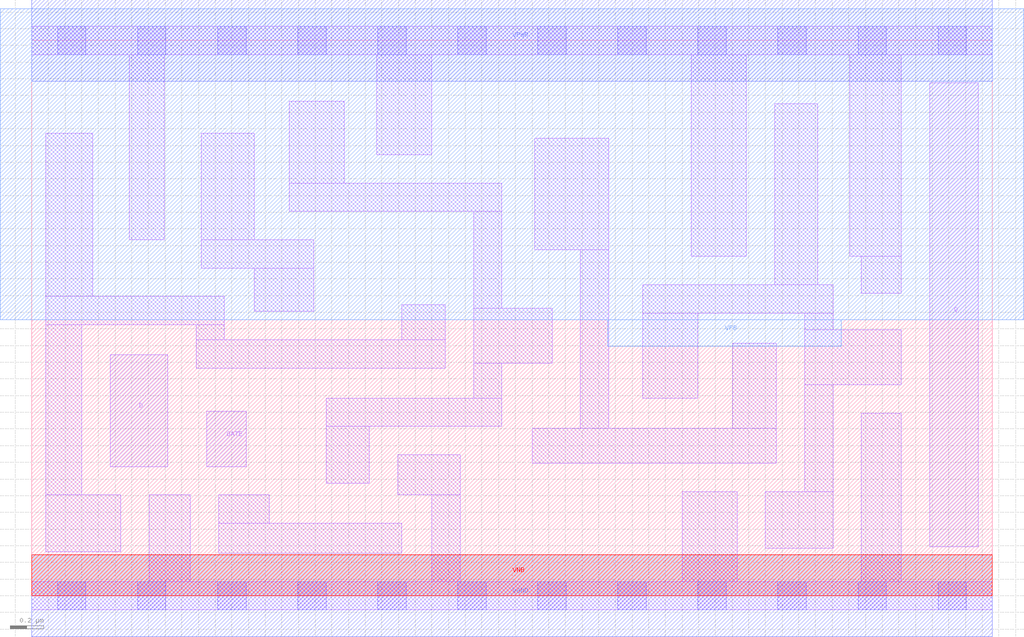
<source format=lef>
# Copyright 2020 The SkyWater PDK Authors
#
# Licensed under the Apache License, Version 2.0 (the "License");
# you may not use this file except in compliance with the License.
# You may obtain a copy of the License at
#
#     https://www.apache.org/licenses/LICENSE-2.0
#
# Unless required by applicable law or agreed to in writing, software
# distributed under the License is distributed on an "AS IS" BASIS,
# WITHOUT WARRANTIES OR CONDITIONS OF ANY KIND, either express or implied.
# See the License for the specific language governing permissions and
# limitations under the License.
#
# SPDX-License-Identifier: Apache-2.0

VERSION 5.7 ;
  NOWIREEXTENSIONATPIN ON ;
  DIVIDERCHAR "/" ;
  BUSBITCHARS "[]" ;
MACRO sky130_fd_sc_lp__dlxtp_1
  CLASS CORE ;
  FOREIGN sky130_fd_sc_lp__dlxtp_1 ;
  ORIGIN  0.000000  0.000000 ;
  SIZE  5.760000 BY  3.330000 ;
  SYMMETRY X Y R90 ;
  SITE unit ;
  PIN D
    ANTENNAGATEAREA  0.159000 ;
    DIRECTION INPUT ;
    USE SIGNAL ;
    PORT
      LAYER li1 ;
        RECT 0.470000 0.775000 0.815000 1.445000 ;
    END
  END D
  PIN Q
    ANTENNADIFFAREA  0.556500 ;
    DIRECTION OUTPUT ;
    USE SIGNAL ;
    PORT
      LAYER li1 ;
        RECT 5.385000 0.295000 5.675000 3.075000 ;
    END
  END Q
  PIN GATE
    ANTENNAGATEAREA  0.159000 ;
    DIRECTION INPUT ;
    USE CLOCK ;
    PORT
      LAYER li1 ;
        RECT 1.050000 0.775000 1.285000 1.105000 ;
    END
  END GATE
  PIN VGND
    DIRECTION INOUT ;
    USE GROUND ;
    PORT
      LAYER met1 ;
        RECT 0.000000 -0.245000 5.760000 0.245000 ;
    END
  END VGND
  PIN VNB
    DIRECTION INOUT ;
    USE GROUND ;
    PORT
      LAYER pwell ;
        RECT 0.000000 0.000000 5.760000 0.245000 ;
    END
  END VNB
  PIN VPB
    DIRECTION INOUT ;
    USE POWER ;
    PORT
      LAYER nwell ;
        RECT -0.190000 1.655000 5.950000 3.520000 ;
        RECT  3.455000 1.495000 4.855000 1.655000 ;
    END
  END VPB
  PIN VPWR
    DIRECTION INOUT ;
    USE POWER ;
    PORT
      LAYER met1 ;
        RECT 0.000000 3.085000 5.760000 3.575000 ;
    END
  END VPWR
  OBS
    LAYER li1 ;
      RECT 0.000000 -0.085000 5.760000 0.085000 ;
      RECT 0.000000  3.245000 5.760000 3.415000 ;
      RECT 0.085000  0.265000 0.535000 0.605000 ;
      RECT 0.085000  0.605000 0.300000 1.625000 ;
      RECT 0.085000  1.625000 1.155000 1.795000 ;
      RECT 0.085000  1.795000 0.365000 2.775000 ;
      RECT 0.585000  2.135000 0.795000 3.245000 ;
      RECT 0.705000  0.085000 0.950000 0.605000 ;
      RECT 0.985000  1.365000 2.480000 1.535000 ;
      RECT 0.985000  1.535000 1.155000 1.625000 ;
      RECT 1.015000  1.965000 1.690000 2.135000 ;
      RECT 1.015000  2.135000 1.335000 2.775000 ;
      RECT 1.120000  0.255000 2.220000 0.435000 ;
      RECT 1.120000  0.435000 1.425000 0.605000 ;
      RECT 1.335000  1.705000 1.690000 1.965000 ;
      RECT 1.545000  2.305000 2.820000 2.475000 ;
      RECT 1.545000  2.475000 1.875000 2.965000 ;
      RECT 1.765000  0.675000 2.025000 1.015000 ;
      RECT 1.765000  1.015000 2.820000 1.185000 ;
      RECT 2.070000  2.645000 2.400000 3.245000 ;
      RECT 2.195000  0.605000 2.570000 0.845000 ;
      RECT 2.220000  1.535000 2.480000 1.745000 ;
      RECT 2.400000  0.085000 2.570000 0.605000 ;
      RECT 2.650000  1.185000 2.820000 1.395000 ;
      RECT 2.650000  1.395000 3.120000 1.725000 ;
      RECT 2.650000  1.725000 2.820000 2.305000 ;
      RECT 3.000000  0.795000 4.465000 1.005000 ;
      RECT 3.015000  2.075000 3.460000 2.745000 ;
      RECT 3.290000  1.005000 3.460000 2.075000 ;
      RECT 3.665000  1.185000 3.995000 1.695000 ;
      RECT 3.665000  1.695000 4.805000 1.865000 ;
      RECT 3.900000  0.085000 4.230000 0.625000 ;
      RECT 3.955000  2.035000 4.285000 3.245000 ;
      RECT 4.205000  1.005000 4.465000 1.515000 ;
      RECT 4.400000  0.285000 4.805000 0.625000 ;
      RECT 4.455000  1.865000 4.715000 2.950000 ;
      RECT 4.635000  0.625000 4.805000 1.265000 ;
      RECT 4.635000  1.265000 5.215000 1.595000 ;
      RECT 4.635000  1.595000 4.805000 1.695000 ;
      RECT 4.905000  2.035000 5.215000 3.245000 ;
      RECT 4.975000  0.085000 5.215000 1.095000 ;
      RECT 4.975000  1.815000 5.215000 2.035000 ;
    LAYER mcon ;
      RECT 0.155000 -0.085000 0.325000 0.085000 ;
      RECT 0.155000  3.245000 0.325000 3.415000 ;
      RECT 0.635000 -0.085000 0.805000 0.085000 ;
      RECT 0.635000  3.245000 0.805000 3.415000 ;
      RECT 1.115000 -0.085000 1.285000 0.085000 ;
      RECT 1.115000  3.245000 1.285000 3.415000 ;
      RECT 1.595000 -0.085000 1.765000 0.085000 ;
      RECT 1.595000  3.245000 1.765000 3.415000 ;
      RECT 2.075000 -0.085000 2.245000 0.085000 ;
      RECT 2.075000  3.245000 2.245000 3.415000 ;
      RECT 2.555000 -0.085000 2.725000 0.085000 ;
      RECT 2.555000  3.245000 2.725000 3.415000 ;
      RECT 3.035000 -0.085000 3.205000 0.085000 ;
      RECT 3.035000  3.245000 3.205000 3.415000 ;
      RECT 3.515000 -0.085000 3.685000 0.085000 ;
      RECT 3.515000  3.245000 3.685000 3.415000 ;
      RECT 3.995000 -0.085000 4.165000 0.085000 ;
      RECT 3.995000  3.245000 4.165000 3.415000 ;
      RECT 4.475000 -0.085000 4.645000 0.085000 ;
      RECT 4.475000  3.245000 4.645000 3.415000 ;
      RECT 4.955000 -0.085000 5.125000 0.085000 ;
      RECT 4.955000  3.245000 5.125000 3.415000 ;
      RECT 5.435000 -0.085000 5.605000 0.085000 ;
      RECT 5.435000  3.245000 5.605000 3.415000 ;
  END
END sky130_fd_sc_lp__dlxtp_1
END LIBRARY

</source>
